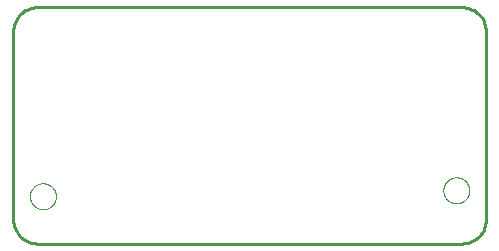
<source format=gko>
G04 EAGLE Gerber RS-274X export*
G75*
%MOMM*%
%FSLAX34Y34*%
%LPD*%
%INBoard Outline*%
%IPPOS*%
%AMOC8*
5,1,8,0,0,1.08239X$1,22.5*%
G01*
G04 Define Apertures*
%ADD10C,0.000000*%
%ADD11C,0.254000*%
D10*
X-186000Y-160000D02*
X-185997Y-159730D01*
X-185987Y-159460D01*
X-185970Y-159191D01*
X-185947Y-158922D01*
X-185917Y-158653D01*
X-185881Y-158386D01*
X-185838Y-158119D01*
X-185789Y-157854D01*
X-185733Y-157590D01*
X-185670Y-157327D01*
X-185602Y-157066D01*
X-185526Y-156807D01*
X-185445Y-156550D01*
X-185357Y-156294D01*
X-185263Y-156041D01*
X-185163Y-155790D01*
X-185056Y-155542D01*
X-184944Y-155297D01*
X-184825Y-155054D01*
X-184701Y-154815D01*
X-184571Y-154578D01*
X-184435Y-154345D01*
X-184293Y-154115D01*
X-184146Y-153889D01*
X-183993Y-153666D01*
X-183835Y-153447D01*
X-183672Y-153232D01*
X-183503Y-153022D01*
X-183329Y-152815D01*
X-183150Y-152613D01*
X-182967Y-152415D01*
X-182778Y-152222D01*
X-182585Y-152033D01*
X-182387Y-151850D01*
X-182185Y-151671D01*
X-181978Y-151497D01*
X-181768Y-151328D01*
X-181553Y-151165D01*
X-181334Y-151007D01*
X-181111Y-150854D01*
X-180885Y-150707D01*
X-180655Y-150565D01*
X-180422Y-150429D01*
X-180185Y-150299D01*
X-179946Y-150175D01*
X-179703Y-150056D01*
X-179458Y-149944D01*
X-179210Y-149837D01*
X-178959Y-149737D01*
X-178706Y-149643D01*
X-178450Y-149555D01*
X-178193Y-149474D01*
X-177934Y-149398D01*
X-177673Y-149330D01*
X-177410Y-149267D01*
X-177146Y-149211D01*
X-176881Y-149162D01*
X-176614Y-149119D01*
X-176347Y-149083D01*
X-176078Y-149053D01*
X-175809Y-149030D01*
X-175540Y-149013D01*
X-175270Y-149003D01*
X-175000Y-149000D01*
X-174730Y-149003D01*
X-174460Y-149013D01*
X-174191Y-149030D01*
X-173922Y-149053D01*
X-173653Y-149083D01*
X-173386Y-149119D01*
X-173119Y-149162D01*
X-172854Y-149211D01*
X-172590Y-149267D01*
X-172327Y-149330D01*
X-172066Y-149398D01*
X-171807Y-149474D01*
X-171550Y-149555D01*
X-171294Y-149643D01*
X-171041Y-149737D01*
X-170790Y-149837D01*
X-170542Y-149944D01*
X-170297Y-150056D01*
X-170054Y-150175D01*
X-169815Y-150299D01*
X-169578Y-150429D01*
X-169345Y-150565D01*
X-169115Y-150707D01*
X-168889Y-150854D01*
X-168666Y-151007D01*
X-168447Y-151165D01*
X-168232Y-151328D01*
X-168022Y-151497D01*
X-167815Y-151671D01*
X-167613Y-151850D01*
X-167415Y-152033D01*
X-167222Y-152222D01*
X-167033Y-152415D01*
X-166850Y-152613D01*
X-166671Y-152815D01*
X-166497Y-153022D01*
X-166328Y-153232D01*
X-166165Y-153447D01*
X-166007Y-153666D01*
X-165854Y-153889D01*
X-165707Y-154115D01*
X-165565Y-154345D01*
X-165429Y-154578D01*
X-165299Y-154815D01*
X-165175Y-155054D01*
X-165056Y-155297D01*
X-164944Y-155542D01*
X-164837Y-155790D01*
X-164737Y-156041D01*
X-164643Y-156294D01*
X-164555Y-156550D01*
X-164474Y-156807D01*
X-164398Y-157066D01*
X-164330Y-157327D01*
X-164267Y-157590D01*
X-164211Y-157854D01*
X-164162Y-158119D01*
X-164119Y-158386D01*
X-164083Y-158653D01*
X-164053Y-158922D01*
X-164030Y-159191D01*
X-164013Y-159460D01*
X-164003Y-159730D01*
X-164000Y-160000D01*
X-164003Y-160270D01*
X-164013Y-160540D01*
X-164030Y-160809D01*
X-164053Y-161078D01*
X-164083Y-161347D01*
X-164119Y-161614D01*
X-164162Y-161881D01*
X-164211Y-162146D01*
X-164267Y-162410D01*
X-164330Y-162673D01*
X-164398Y-162934D01*
X-164474Y-163193D01*
X-164555Y-163450D01*
X-164643Y-163706D01*
X-164737Y-163959D01*
X-164837Y-164210D01*
X-164944Y-164458D01*
X-165056Y-164703D01*
X-165175Y-164946D01*
X-165299Y-165185D01*
X-165429Y-165422D01*
X-165565Y-165655D01*
X-165707Y-165885D01*
X-165854Y-166111D01*
X-166007Y-166334D01*
X-166165Y-166553D01*
X-166328Y-166768D01*
X-166497Y-166978D01*
X-166671Y-167185D01*
X-166850Y-167387D01*
X-167033Y-167585D01*
X-167222Y-167778D01*
X-167415Y-167967D01*
X-167613Y-168150D01*
X-167815Y-168329D01*
X-168022Y-168503D01*
X-168232Y-168672D01*
X-168447Y-168835D01*
X-168666Y-168993D01*
X-168889Y-169146D01*
X-169115Y-169293D01*
X-169345Y-169435D01*
X-169578Y-169571D01*
X-169815Y-169701D01*
X-170054Y-169825D01*
X-170297Y-169944D01*
X-170542Y-170056D01*
X-170790Y-170163D01*
X-171041Y-170263D01*
X-171294Y-170357D01*
X-171550Y-170445D01*
X-171807Y-170526D01*
X-172066Y-170602D01*
X-172327Y-170670D01*
X-172590Y-170733D01*
X-172854Y-170789D01*
X-173119Y-170838D01*
X-173386Y-170881D01*
X-173653Y-170917D01*
X-173922Y-170947D01*
X-174191Y-170970D01*
X-174460Y-170987D01*
X-174730Y-170997D01*
X-175000Y-171000D01*
X-175270Y-170997D01*
X-175540Y-170987D01*
X-175809Y-170970D01*
X-176078Y-170947D01*
X-176347Y-170917D01*
X-176614Y-170881D01*
X-176881Y-170838D01*
X-177146Y-170789D01*
X-177410Y-170733D01*
X-177673Y-170670D01*
X-177934Y-170602D01*
X-178193Y-170526D01*
X-178450Y-170445D01*
X-178706Y-170357D01*
X-178959Y-170263D01*
X-179210Y-170163D01*
X-179458Y-170056D01*
X-179703Y-169944D01*
X-179946Y-169825D01*
X-180185Y-169701D01*
X-180422Y-169571D01*
X-180655Y-169435D01*
X-180885Y-169293D01*
X-181111Y-169146D01*
X-181334Y-168993D01*
X-181553Y-168835D01*
X-181768Y-168672D01*
X-181978Y-168503D01*
X-182185Y-168329D01*
X-182387Y-168150D01*
X-182585Y-167967D01*
X-182778Y-167778D01*
X-182967Y-167585D01*
X-183150Y-167387D01*
X-183329Y-167185D01*
X-183503Y-166978D01*
X-183672Y-166768D01*
X-183835Y-166553D01*
X-183993Y-166334D01*
X-184146Y-166111D01*
X-184293Y-165885D01*
X-184435Y-165655D01*
X-184571Y-165422D01*
X-184701Y-165185D01*
X-184825Y-164946D01*
X-184944Y-164703D01*
X-185056Y-164458D01*
X-185163Y-164210D01*
X-185263Y-163959D01*
X-185357Y-163706D01*
X-185445Y-163450D01*
X-185526Y-163193D01*
X-185602Y-162934D01*
X-185670Y-162673D01*
X-185733Y-162410D01*
X-185789Y-162146D01*
X-185838Y-161881D01*
X-185881Y-161614D01*
X-185917Y-161347D01*
X-185947Y-161078D01*
X-185970Y-160809D01*
X-185987Y-160540D01*
X-185997Y-160270D01*
X-186000Y-160000D01*
X164000Y-155000D02*
X164003Y-154730D01*
X164013Y-154460D01*
X164030Y-154191D01*
X164053Y-153922D01*
X164083Y-153653D01*
X164119Y-153386D01*
X164162Y-153119D01*
X164211Y-152854D01*
X164267Y-152590D01*
X164330Y-152327D01*
X164398Y-152066D01*
X164474Y-151807D01*
X164555Y-151550D01*
X164643Y-151294D01*
X164737Y-151041D01*
X164837Y-150790D01*
X164944Y-150542D01*
X165056Y-150297D01*
X165175Y-150054D01*
X165299Y-149815D01*
X165429Y-149578D01*
X165565Y-149345D01*
X165707Y-149115D01*
X165854Y-148889D01*
X166007Y-148666D01*
X166165Y-148447D01*
X166328Y-148232D01*
X166497Y-148022D01*
X166671Y-147815D01*
X166850Y-147613D01*
X167033Y-147415D01*
X167222Y-147222D01*
X167415Y-147033D01*
X167613Y-146850D01*
X167815Y-146671D01*
X168022Y-146497D01*
X168232Y-146328D01*
X168447Y-146165D01*
X168666Y-146007D01*
X168889Y-145854D01*
X169115Y-145707D01*
X169345Y-145565D01*
X169578Y-145429D01*
X169815Y-145299D01*
X170054Y-145175D01*
X170297Y-145056D01*
X170542Y-144944D01*
X170790Y-144837D01*
X171041Y-144737D01*
X171294Y-144643D01*
X171550Y-144555D01*
X171807Y-144474D01*
X172066Y-144398D01*
X172327Y-144330D01*
X172590Y-144267D01*
X172854Y-144211D01*
X173119Y-144162D01*
X173386Y-144119D01*
X173653Y-144083D01*
X173922Y-144053D01*
X174191Y-144030D01*
X174460Y-144013D01*
X174730Y-144003D01*
X175000Y-144000D01*
X175270Y-144003D01*
X175540Y-144013D01*
X175809Y-144030D01*
X176078Y-144053D01*
X176347Y-144083D01*
X176614Y-144119D01*
X176881Y-144162D01*
X177146Y-144211D01*
X177410Y-144267D01*
X177673Y-144330D01*
X177934Y-144398D01*
X178193Y-144474D01*
X178450Y-144555D01*
X178706Y-144643D01*
X178959Y-144737D01*
X179210Y-144837D01*
X179458Y-144944D01*
X179703Y-145056D01*
X179946Y-145175D01*
X180185Y-145299D01*
X180422Y-145429D01*
X180655Y-145565D01*
X180885Y-145707D01*
X181111Y-145854D01*
X181334Y-146007D01*
X181553Y-146165D01*
X181768Y-146328D01*
X181978Y-146497D01*
X182185Y-146671D01*
X182387Y-146850D01*
X182585Y-147033D01*
X182778Y-147222D01*
X182967Y-147415D01*
X183150Y-147613D01*
X183329Y-147815D01*
X183503Y-148022D01*
X183672Y-148232D01*
X183835Y-148447D01*
X183993Y-148666D01*
X184146Y-148889D01*
X184293Y-149115D01*
X184435Y-149345D01*
X184571Y-149578D01*
X184701Y-149815D01*
X184825Y-150054D01*
X184944Y-150297D01*
X185056Y-150542D01*
X185163Y-150790D01*
X185263Y-151041D01*
X185357Y-151294D01*
X185445Y-151550D01*
X185526Y-151807D01*
X185602Y-152066D01*
X185670Y-152327D01*
X185733Y-152590D01*
X185789Y-152854D01*
X185838Y-153119D01*
X185881Y-153386D01*
X185917Y-153653D01*
X185947Y-153922D01*
X185970Y-154191D01*
X185987Y-154460D01*
X185997Y-154730D01*
X186000Y-155000D01*
X185997Y-155270D01*
X185987Y-155540D01*
X185970Y-155809D01*
X185947Y-156078D01*
X185917Y-156347D01*
X185881Y-156614D01*
X185838Y-156881D01*
X185789Y-157146D01*
X185733Y-157410D01*
X185670Y-157673D01*
X185602Y-157934D01*
X185526Y-158193D01*
X185445Y-158450D01*
X185357Y-158706D01*
X185263Y-158959D01*
X185163Y-159210D01*
X185056Y-159458D01*
X184944Y-159703D01*
X184825Y-159946D01*
X184701Y-160185D01*
X184571Y-160422D01*
X184435Y-160655D01*
X184293Y-160885D01*
X184146Y-161111D01*
X183993Y-161334D01*
X183835Y-161553D01*
X183672Y-161768D01*
X183503Y-161978D01*
X183329Y-162185D01*
X183150Y-162387D01*
X182967Y-162585D01*
X182778Y-162778D01*
X182585Y-162967D01*
X182387Y-163150D01*
X182185Y-163329D01*
X181978Y-163503D01*
X181768Y-163672D01*
X181553Y-163835D01*
X181334Y-163993D01*
X181111Y-164146D01*
X180885Y-164293D01*
X180655Y-164435D01*
X180422Y-164571D01*
X180185Y-164701D01*
X179946Y-164825D01*
X179703Y-164944D01*
X179458Y-165056D01*
X179210Y-165163D01*
X178959Y-165263D01*
X178706Y-165357D01*
X178450Y-165445D01*
X178193Y-165526D01*
X177934Y-165602D01*
X177673Y-165670D01*
X177410Y-165733D01*
X177146Y-165789D01*
X176881Y-165838D01*
X176614Y-165881D01*
X176347Y-165917D01*
X176078Y-165947D01*
X175809Y-165970D01*
X175540Y-165987D01*
X175270Y-165997D01*
X175000Y-166000D01*
X174730Y-165997D01*
X174460Y-165987D01*
X174191Y-165970D01*
X173922Y-165947D01*
X173653Y-165917D01*
X173386Y-165881D01*
X173119Y-165838D01*
X172854Y-165789D01*
X172590Y-165733D01*
X172327Y-165670D01*
X172066Y-165602D01*
X171807Y-165526D01*
X171550Y-165445D01*
X171294Y-165357D01*
X171041Y-165263D01*
X170790Y-165163D01*
X170542Y-165056D01*
X170297Y-164944D01*
X170054Y-164825D01*
X169815Y-164701D01*
X169578Y-164571D01*
X169345Y-164435D01*
X169115Y-164293D01*
X168889Y-164146D01*
X168666Y-163993D01*
X168447Y-163835D01*
X168232Y-163672D01*
X168022Y-163503D01*
X167815Y-163329D01*
X167613Y-163150D01*
X167415Y-162967D01*
X167222Y-162778D01*
X167033Y-162585D01*
X166850Y-162387D01*
X166671Y-162185D01*
X166497Y-161978D01*
X166328Y-161768D01*
X166165Y-161553D01*
X166007Y-161334D01*
X165854Y-161111D01*
X165707Y-160885D01*
X165565Y-160655D01*
X165429Y-160422D01*
X165299Y-160185D01*
X165175Y-159946D01*
X165056Y-159703D01*
X164944Y-159458D01*
X164837Y-159210D01*
X164737Y-158959D01*
X164643Y-158706D01*
X164555Y-158450D01*
X164474Y-158193D01*
X164398Y-157934D01*
X164330Y-157673D01*
X164267Y-157410D01*
X164211Y-157146D01*
X164162Y-156881D01*
X164119Y-156614D01*
X164083Y-156347D01*
X164053Y-156078D01*
X164030Y-155809D01*
X164013Y-155540D01*
X164003Y-155270D01*
X164000Y-155000D01*
X-180000Y0D02*
X-180483Y-6D01*
X-180966Y-23D01*
X-181449Y-53D01*
X-181930Y-93D01*
X-182411Y-146D01*
X-182890Y-210D01*
X-183367Y-285D01*
X-183843Y-373D01*
X-184316Y-471D01*
X-184786Y-581D01*
X-185254Y-702D01*
X-185719Y-835D01*
X-186180Y-979D01*
X-186638Y-1134D01*
X-187092Y-1300D01*
X-187542Y-1477D01*
X-187987Y-1664D01*
X-188428Y-1863D01*
X-188864Y-2071D01*
X-189294Y-2291D01*
X-189720Y-2521D01*
X-190139Y-2761D01*
X-190553Y-3011D01*
X-190960Y-3271D01*
X-191361Y-3540D01*
X-191756Y-3820D01*
X-192143Y-4108D01*
X-192524Y-4407D01*
X-192897Y-4714D01*
X-193262Y-5030D01*
X-193620Y-5355D01*
X-193970Y-5688D01*
X-194312Y-6030D01*
X-194645Y-6380D01*
X-194970Y-6738D01*
X-195286Y-7103D01*
X-195593Y-7476D01*
X-195892Y-7857D01*
X-196180Y-8244D01*
X-196460Y-8639D01*
X-196729Y-9040D01*
X-196989Y-9447D01*
X-197239Y-9861D01*
X-197479Y-10280D01*
X-197709Y-10706D01*
X-197929Y-11136D01*
X-198137Y-11572D01*
X-198336Y-12013D01*
X-198523Y-12458D01*
X-198700Y-12908D01*
X-198866Y-13362D01*
X-199021Y-13820D01*
X-199165Y-14281D01*
X-199298Y-14746D01*
X-199419Y-15214D01*
X-199529Y-15684D01*
X-199627Y-16157D01*
X-199715Y-16633D01*
X-199790Y-17110D01*
X-199854Y-17589D01*
X-199907Y-18070D01*
X-199947Y-18551D01*
X-199977Y-19034D01*
X-199994Y-19517D01*
X-200000Y-20000D01*
X-200000Y-180000D01*
X-199994Y-180483D01*
X-199977Y-180966D01*
X-199947Y-181449D01*
X-199907Y-181930D01*
X-199854Y-182411D01*
X-199790Y-182890D01*
X-199715Y-183367D01*
X-199627Y-183843D01*
X-199529Y-184316D01*
X-199419Y-184786D01*
X-199298Y-185254D01*
X-199165Y-185719D01*
X-199021Y-186180D01*
X-198866Y-186638D01*
X-198700Y-187092D01*
X-198523Y-187542D01*
X-198336Y-187987D01*
X-198137Y-188428D01*
X-197929Y-188864D01*
X-197709Y-189294D01*
X-197479Y-189720D01*
X-197239Y-190139D01*
X-196989Y-190553D01*
X-196729Y-190960D01*
X-196460Y-191361D01*
X-196180Y-191756D01*
X-195892Y-192143D01*
X-195593Y-192524D01*
X-195286Y-192897D01*
X-194970Y-193262D01*
X-194645Y-193620D01*
X-194312Y-193970D01*
X-193970Y-194312D01*
X-193620Y-194645D01*
X-193262Y-194970D01*
X-192897Y-195286D01*
X-192524Y-195593D01*
X-192143Y-195892D01*
X-191756Y-196180D01*
X-191361Y-196460D01*
X-190960Y-196729D01*
X-190553Y-196989D01*
X-190139Y-197239D01*
X-189720Y-197479D01*
X-189294Y-197709D01*
X-188864Y-197929D01*
X-188428Y-198137D01*
X-187987Y-198336D01*
X-187542Y-198523D01*
X-187092Y-198700D01*
X-186638Y-198866D01*
X-186180Y-199021D01*
X-185719Y-199165D01*
X-185254Y-199298D01*
X-184786Y-199419D01*
X-184316Y-199529D01*
X-183843Y-199627D01*
X-183367Y-199715D01*
X-182890Y-199790D01*
X-182411Y-199854D01*
X-181930Y-199907D01*
X-181449Y-199947D01*
X-180966Y-199977D01*
X-180483Y-199994D01*
X-180000Y-200000D01*
X180000Y-200000D01*
X180483Y-199994D01*
X180966Y-199977D01*
X181449Y-199947D01*
X181930Y-199907D01*
X182411Y-199854D01*
X182890Y-199790D01*
X183367Y-199715D01*
X183843Y-199627D01*
X184316Y-199529D01*
X184786Y-199419D01*
X185254Y-199298D01*
X185719Y-199165D01*
X186180Y-199021D01*
X186638Y-198866D01*
X187092Y-198700D01*
X187542Y-198523D01*
X187987Y-198336D01*
X188428Y-198137D01*
X188864Y-197929D01*
X189294Y-197709D01*
X189720Y-197479D01*
X190139Y-197239D01*
X190553Y-196989D01*
X190960Y-196729D01*
X191361Y-196460D01*
X191756Y-196180D01*
X192143Y-195892D01*
X192524Y-195593D01*
X192897Y-195286D01*
X193262Y-194970D01*
X193620Y-194645D01*
X193970Y-194312D01*
X194312Y-193970D01*
X194645Y-193620D01*
X194970Y-193262D01*
X195286Y-192897D01*
X195593Y-192524D01*
X195892Y-192143D01*
X196180Y-191756D01*
X196460Y-191361D01*
X196729Y-190960D01*
X196989Y-190553D01*
X197239Y-190139D01*
X197479Y-189720D01*
X197709Y-189294D01*
X197929Y-188864D01*
X198137Y-188428D01*
X198336Y-187987D01*
X198523Y-187542D01*
X198700Y-187092D01*
X198866Y-186638D01*
X199021Y-186180D01*
X199165Y-185719D01*
X199298Y-185254D01*
X199419Y-184786D01*
X199529Y-184316D01*
X199627Y-183843D01*
X199715Y-183367D01*
X199790Y-182890D01*
X199854Y-182411D01*
X199907Y-181930D01*
X199947Y-181449D01*
X199977Y-180966D01*
X199994Y-180483D01*
X200000Y-180000D01*
X200000Y-20000D01*
X199994Y-19517D01*
X199977Y-19034D01*
X199947Y-18551D01*
X199907Y-18070D01*
X199854Y-17589D01*
X199790Y-17110D01*
X199715Y-16633D01*
X199627Y-16157D01*
X199529Y-15684D01*
X199419Y-15214D01*
X199298Y-14746D01*
X199165Y-14281D01*
X199021Y-13820D01*
X198866Y-13362D01*
X198700Y-12908D01*
X198523Y-12458D01*
X198336Y-12013D01*
X198137Y-11572D01*
X197929Y-11136D01*
X197709Y-10706D01*
X197479Y-10280D01*
X197239Y-9861D01*
X196989Y-9447D01*
X196729Y-9040D01*
X196460Y-8639D01*
X196180Y-8244D01*
X195892Y-7857D01*
X195593Y-7476D01*
X195286Y-7103D01*
X194970Y-6738D01*
X194645Y-6380D01*
X194312Y-6030D01*
X193970Y-5688D01*
X193620Y-5355D01*
X193262Y-5030D01*
X192897Y-4714D01*
X192524Y-4407D01*
X192143Y-4108D01*
X191756Y-3820D01*
X191361Y-3540D01*
X190960Y-3271D01*
X190553Y-3011D01*
X190139Y-2761D01*
X189720Y-2521D01*
X189294Y-2291D01*
X188864Y-2071D01*
X188428Y-1863D01*
X187987Y-1664D01*
X187542Y-1477D01*
X187092Y-1300D01*
X186638Y-1134D01*
X186180Y-979D01*
X185719Y-835D01*
X185254Y-702D01*
X184786Y-581D01*
X184316Y-471D01*
X183843Y-373D01*
X183367Y-285D01*
X182890Y-210D01*
X182411Y-146D01*
X181930Y-93D01*
X181449Y-53D01*
X180966Y-23D01*
X180483Y-6D01*
X180000Y0D01*
X-180000Y0D01*
D11*
X-200000Y-180000D02*
X-199924Y-181743D01*
X-199696Y-183473D01*
X-199319Y-185176D01*
X-198794Y-186840D01*
X-198126Y-188452D01*
X-197321Y-190000D01*
X-196383Y-191472D01*
X-195321Y-192856D01*
X-194142Y-194142D01*
X-192856Y-195321D01*
X-191472Y-196383D01*
X-190000Y-197321D01*
X-188452Y-198126D01*
X-186840Y-198794D01*
X-185176Y-199319D01*
X-183473Y-199696D01*
X-181743Y-199924D01*
X-180000Y-200000D01*
X180000Y-200000D01*
X181743Y-199924D01*
X183473Y-199696D01*
X185176Y-199319D01*
X186840Y-198794D01*
X188452Y-198126D01*
X190000Y-197321D01*
X191472Y-196383D01*
X192856Y-195321D01*
X194142Y-194142D01*
X195321Y-192856D01*
X196383Y-191472D01*
X197321Y-190000D01*
X198126Y-188452D01*
X198794Y-186840D01*
X199319Y-185176D01*
X199696Y-183473D01*
X199924Y-181743D01*
X200000Y-180000D01*
X200000Y-20000D01*
X199924Y-18257D01*
X199696Y-16527D01*
X199319Y-14824D01*
X198794Y-13160D01*
X198126Y-11548D01*
X197321Y-10000D01*
X196383Y-8528D01*
X195321Y-7144D01*
X194142Y-5858D01*
X192856Y-4679D01*
X191472Y-3617D01*
X190000Y-2680D01*
X188452Y-1874D01*
X186840Y-1206D01*
X185176Y-681D01*
X183473Y-304D01*
X181743Y-76D01*
X180000Y0D01*
X-180000Y0D01*
X-181743Y-76D01*
X-183473Y-304D01*
X-185176Y-681D01*
X-186840Y-1206D01*
X-188452Y-1874D01*
X-190000Y-2680D01*
X-191472Y-3617D01*
X-192856Y-4679D01*
X-194142Y-5858D01*
X-195321Y-7144D01*
X-196383Y-8528D01*
X-197321Y-10000D01*
X-198126Y-11548D01*
X-198794Y-13160D01*
X-199319Y-14824D01*
X-199696Y-16527D01*
X-199924Y-18257D01*
X-200000Y-20000D01*
X-200000Y-180000D01*
M02*

</source>
